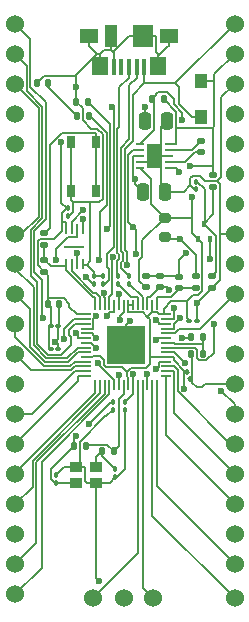
<source format=gtl>
%TF.GenerationSoftware,KiCad,Pcbnew,8.0.8*%
%TF.CreationDate,2025-02-11T11:30:28+05:30*%
%TF.ProjectId,my-template,6d792d74-656d-4706-9c61-74652e6b6963,rev?*%
%TF.SameCoordinates,Original*%
%TF.FileFunction,Copper,L1,Top*%
%TF.FilePolarity,Positive*%
%FSLAX46Y46*%
G04 Gerber Fmt 4.6, Leading zero omitted, Abs format (unit mm)*
G04 Created by KiCad (PCBNEW 8.0.8) date 2025-02-11 11:30:28*
%MOMM*%
%LPD*%
G01*
G04 APERTURE LIST*
G04 Aperture macros list*
%AMRoundRect*
0 Rectangle with rounded corners*
0 $1 Rounding radius*
0 $2 $3 $4 $5 $6 $7 $8 $9 X,Y pos of 4 corners*
0 Add a 4 corners polygon primitive as box body*
4,1,4,$2,$3,$4,$5,$6,$7,$8,$9,$2,$3,0*
0 Add four circle primitives for the rounded corners*
1,1,$1+$1,$2,$3*
1,1,$1+$1,$4,$5*
1,1,$1+$1,$6,$7*
1,1,$1+$1,$8,$9*
0 Add four rect primitives between the rounded corners*
20,1,$1+$1,$2,$3,$4,$5,0*
20,1,$1+$1,$4,$5,$6,$7,0*
20,1,$1+$1,$6,$7,$8,$9,0*
20,1,$1+$1,$8,$9,$2,$3,0*%
G04 Aperture macros list end*
%TA.AperFunction,SMDPad,CuDef*%
%ADD10RoundRect,0.100000X-0.100000X0.155000X-0.100000X-0.155000X0.100000X-0.155000X0.100000X0.155000X0*%
%TD*%
%TA.AperFunction,SMDPad,CuDef*%
%ADD11RoundRect,0.135000X-0.135000X-0.185000X0.135000X-0.185000X0.135000X0.185000X-0.135000X0.185000X0*%
%TD*%
%TA.AperFunction,SMDPad,CuDef*%
%ADD12RoundRect,0.100000X-0.130000X-0.100000X0.130000X-0.100000X0.130000X0.100000X-0.130000X0.100000X0*%
%TD*%
%TA.AperFunction,SMDPad,CuDef*%
%ADD13R,1.092200X1.143000*%
%TD*%
%TA.AperFunction,SMDPad,CuDef*%
%ADD14RoundRect,0.135000X0.135000X0.185000X-0.135000X0.185000X-0.135000X-0.185000X0.135000X-0.185000X0*%
%TD*%
%TA.AperFunction,SMDPad,CuDef*%
%ADD15R,0.254000X0.812800*%
%TD*%
%TA.AperFunction,SMDPad,CuDef*%
%ADD16R,1.651000X0.254000*%
%TD*%
%TA.AperFunction,SMDPad,CuDef*%
%ADD17RoundRect,0.140000X0.170000X-0.140000X0.170000X0.140000X-0.170000X0.140000X-0.170000X-0.140000X0*%
%TD*%
%TA.AperFunction,SMDPad,CuDef*%
%ADD18RoundRect,0.100000X0.100000X-0.130000X0.100000X0.130000X-0.100000X0.130000X-0.100000X-0.130000X0*%
%TD*%
%TA.AperFunction,SMDPad,CuDef*%
%ADD19RoundRect,0.250000X-0.250000X-0.475000X0.250000X-0.475000X0.250000X0.475000X-0.250000X0.475000X0*%
%TD*%
%TA.AperFunction,SMDPad,CuDef*%
%ADD20RoundRect,0.147500X-0.172500X0.147500X-0.172500X-0.147500X0.172500X-0.147500X0.172500X0.147500X0*%
%TD*%
%TA.AperFunction,ComponentPad*%
%ADD21C,1.524000*%
%TD*%
%TA.AperFunction,SMDPad,CuDef*%
%ADD22RoundRect,0.100000X-0.100000X0.130000X-0.100000X-0.130000X0.100000X-0.130000X0.100000X0.130000X0*%
%TD*%
%TA.AperFunction,SMDPad,CuDef*%
%ADD23RoundRect,0.135000X-0.185000X0.135000X-0.185000X-0.135000X0.185000X-0.135000X0.185000X0.135000X0*%
%TD*%
%TA.AperFunction,SMDPad,CuDef*%
%ADD24R,0.450000X1.380000*%
%TD*%
%TA.AperFunction,SMDPad,CuDef*%
%ADD25R,1.650000X1.300000*%
%TD*%
%TA.AperFunction,SMDPad,CuDef*%
%ADD26R,1.425000X1.550000*%
%TD*%
%TA.AperFunction,SMDPad,CuDef*%
%ADD27R,1.800000X1.900000*%
%TD*%
%TA.AperFunction,SMDPad,CuDef*%
%ADD28R,1.000000X1.900000*%
%TD*%
%TA.AperFunction,SMDPad,CuDef*%
%ADD29R,0.650000X1.050000*%
%TD*%
%TA.AperFunction,SMDPad,CuDef*%
%ADD30RoundRect,0.147500X-0.147500X-0.172500X0.147500X-0.172500X0.147500X0.172500X-0.147500X0.172500X0*%
%TD*%
%TA.AperFunction,SMDPad,CuDef*%
%ADD31R,0.762000X0.254000*%
%TD*%
%TA.AperFunction,SMDPad,CuDef*%
%ADD32R,1.244600X2.057400*%
%TD*%
%TA.AperFunction,SMDPad,CuDef*%
%ADD33RoundRect,0.135000X0.185000X-0.135000X0.185000X0.135000X-0.185000X0.135000X-0.185000X-0.135000X0*%
%TD*%
%TA.AperFunction,SMDPad,CuDef*%
%ADD34RoundRect,0.140000X-0.140000X-0.170000X0.140000X-0.170000X0.140000X0.170000X-0.140000X0.170000X0*%
%TD*%
%TA.AperFunction,SMDPad,CuDef*%
%ADD35R,0.812800X0.177800*%
%TD*%
%TA.AperFunction,SMDPad,CuDef*%
%ADD36R,0.177800X0.812800*%
%TD*%
%TA.AperFunction,SMDPad,CuDef*%
%ADD37R,3.200400X3.200400*%
%TD*%
%TA.AperFunction,SMDPad,CuDef*%
%ADD38RoundRect,0.200000X-0.275000X0.200000X-0.275000X-0.200000X0.275000X-0.200000X0.275000X0.200000X0*%
%TD*%
%TA.AperFunction,SMDPad,CuDef*%
%ADD39R,1.100000X0.900000*%
%TD*%
%TA.AperFunction,SMDPad,CuDef*%
%ADD40RoundRect,0.100000X-0.151603X0.062583X-0.021603X-0.162583X0.151603X-0.062583X0.021603X0.162583X0*%
%TD*%
%TA.AperFunction,ViaPad*%
%ADD41C,0.600000*%
%TD*%
%TA.AperFunction,Conductor*%
%ADD42C,0.150000*%
%TD*%
%ADD43C,0.350000*%
G04 APERTURE END LIST*
D10*
%TO.P,Q1,1,G*%
%TO.N,+3V3*%
X146602600Y-81496600D03*
%TO.P,Q1,2,S*%
%TO.N,/GPIO29_ADC3*%
X147602600Y-81496600D03*
%TO.P,Q1,3,D*%
%TO.N,Net-(Q1-D)*%
X147102600Y-80206600D03*
%TD*%
D11*
%TO.P,R5,1*%
%TO.N,VBUS*%
X145972600Y-89851600D03*
%TO.P,R5,2*%
%TO.N,/GPIO24*%
X146992600Y-89851600D03*
%TD*%
D12*
%TO.P,C2,1*%
%TO.N,+3V3*%
X134127600Y-88851600D03*
%TO.P,C2,2*%
%TO.N,GND*%
X134767600Y-88851600D03*
%TD*%
D13*
%TO.P,D1,1*%
%TO.N,VSYS*%
X146892600Y-68151600D03*
%TO.P,D1,2*%
%TO.N,VBUS*%
X146892600Y-71225000D03*
%TD*%
D14*
%TO.P,R4,1*%
%TO.N,VSYS*%
X143702600Y-69701600D03*
%TO.P,R4,2*%
%TO.N,/3V3_EN*%
X142682600Y-69701600D03*
%TD*%
D15*
%TO.P,U3,1,/CS*%
%TO.N,/QSPI_SS*%
X135392599Y-83599400D03*
%TO.P,U3,2,DO(IO1)*%
%TO.N,/QSPI_SD1*%
X135892600Y-83599400D03*
%TO.P,U3,3,/WP(IO2)*%
%TO.N,/QSPI_SD2*%
X136392600Y-83599400D03*
%TO.P,U3,4,GND*%
%TO.N,GND*%
X136892601Y-83599400D03*
%TO.P,U3,5,DI(IO0)*%
%TO.N,/QSPI_SD0*%
X136892601Y-80703800D03*
%TO.P,U3,6,CLK*%
%TO.N,/QSPI_SCLK*%
X136392600Y-80703800D03*
%TO.P,U3,7,/HOLDOR/RESET(IO3)*%
%TO.N,/QSPI_SD3*%
X135892600Y-80703800D03*
%TO.P,U3,8,VCC*%
%TO.N,+3V3*%
X135392599Y-80703800D03*
D16*
%TO.P,U3,9,EPAD*%
%TO.N,unconnected-(U3-EPAD-Pad9)*%
X136142600Y-82151600D03*
%TD*%
D17*
%TO.P,C10,1*%
%TO.N,+3V3*%
X142192600Y-85611600D03*
%TO.P,C10,2*%
%TO.N,GND*%
X142192600Y-84651600D03*
%TD*%
D12*
%TO.P,C7,1*%
%TO.N,+3V3*%
X145872600Y-88451600D03*
%TO.P,C7,2*%
%TO.N,GND*%
X146512600Y-88451600D03*
%TD*%
%TO.P,C3,1*%
%TO.N,+3V3*%
X134127600Y-90851600D03*
%TO.P,C3,2*%
%TO.N,GND*%
X134767600Y-90851600D03*
%TD*%
D18*
%TO.P,R10,1*%
%TO.N,/USB_DMX*%
X140792600Y-85316600D03*
%TO.P,R10,2*%
%TO.N,/USB_DM*%
X140792600Y-84676600D03*
%TD*%
D19*
%TO.P,C4,1*%
%TO.N,+3V3*%
X142102600Y-71501600D03*
%TO.P,C4,2*%
%TO.N,GND*%
X144002600Y-71501600D03*
%TD*%
D20*
%TO.P,L1,1,1*%
%TO.N,Net-(U1-LX1)*%
X146892600Y-73181600D03*
%TO.P,L1,2,2*%
%TO.N,Net-(U1-LX2)*%
X146892600Y-74151600D03*
%TD*%
D14*
%TO.P,R6,1*%
%TO.N,/GPIO24*%
X146992600Y-91251600D03*
%TO.P,R6,2*%
%TO.N,GND*%
X145972600Y-91251600D03*
%TD*%
D21*
%TO.P,40_part2,1,Pin_1*%
%TO.N,/GPIO16*%
X149702600Y-111925600D03*
%TO.P,40_part2,2,Pin_2*%
%TO.N,/GPIO17*%
X149702600Y-109021600D03*
%TO.P,40_part2,3,Pin_3*%
%TO.N,GND*%
X149702600Y-106481600D03*
%TO.P,40_part2,4,Pin_4*%
%TO.N,/GPIO18*%
X149702600Y-103941600D03*
%TO.P,40_part2,5,Pin_5*%
%TO.N,/GPIO19*%
X149702600Y-101401600D03*
%TO.P,40_part2,6,Pin_6*%
%TO.N,/GPIO20*%
X149702600Y-98861600D03*
%TO.P,40_part2,7,Pin_7*%
%TO.N,/GPIO21*%
X149702600Y-96321600D03*
%TO.P,40_part2,8,Pin_8*%
%TO.N,GND*%
X149702600Y-93781600D03*
%TO.P,40_part2,9,Pin_9*%
%TO.N,/GPIO22*%
X149702600Y-91241600D03*
%TO.P,40_part2,10,Pin_10*%
%TO.N,/RUN*%
X149702600Y-88701600D03*
%TO.P,40_part2,11,Pin_11*%
%TO.N,/GPIO26_ADC0*%
X149702600Y-86161600D03*
%TO.P,40_part2,12,Pin_12*%
%TO.N,/GPIO27_ADC1*%
X149702600Y-83621600D03*
%TO.P,40_part2,13,Pin_13*%
%TO.N,GND*%
X149702600Y-81081600D03*
%TO.P,40_part2,14,Pin_14*%
%TO.N,/GPIO28_ADC2*%
X149702600Y-78541600D03*
%TO.P,40_part2,15,Pin_15*%
%TO.N,/ADC_VREF*%
X149702600Y-76001600D03*
%TO.P,40_part2,16,Pin_16*%
%TO.N,+3V3*%
X149702600Y-73461600D03*
%TO.P,40_part2,17,Pin_17*%
%TO.N,/3V3_EN*%
X149702600Y-70921600D03*
%TO.P,40_part2,18,Pin_18*%
%TO.N,GND*%
X149702600Y-68381600D03*
%TO.P,40_part2,19,Pin_19*%
%TO.N,VSYS*%
X149702600Y-65841600D03*
%TO.P,40_part2,20,Pin_20*%
%TO.N,VBUS*%
X149702600Y-63301600D03*
%TD*%
D11*
%TO.P,R12,1*%
%TO.N,/XIN*%
X136092600Y-99001600D03*
%TO.P,R12,2*%
%TO.N,/XOUT*%
X137112600Y-99001600D03*
%TD*%
D22*
%TO.P,C18,1*%
%TO.N,Net-(Q1-D)*%
X146392600Y-76651600D03*
%TO.P,C18,2*%
%TO.N,GND*%
X146392600Y-77291600D03*
%TD*%
D23*
%TO.P,R9,1*%
%TO.N,/ADC_VREF*%
X146392600Y-84651600D03*
%TO.P,R9,2*%
%TO.N,/ADC_AVDD*%
X146392600Y-85671600D03*
%TD*%
D19*
%TO.P,C6,1*%
%TO.N,VSYS*%
X141902600Y-77501600D03*
%TO.P,C6,2*%
%TO.N,GND*%
X143802600Y-77501600D03*
%TD*%
D23*
%TO.P,R14,1*%
%TO.N,VSYS*%
X147892600Y-76131600D03*
%TO.P,R14,2*%
%TO.N,Net-(Q1-D)*%
X147892600Y-77151600D03*
%TD*%
D22*
%TO.P,C9,1*%
%TO.N,GND*%
X137792600Y-84676600D03*
%TO.P,C9,2*%
%TO.N,+1V1*%
X137792600Y-85316600D03*
%TD*%
D18*
%TO.P,C16,1*%
%TO.N,/XIN*%
X134602600Y-102166600D03*
%TO.P,C16,2*%
%TO.N,GND*%
X134602600Y-101526600D03*
%TD*%
D24*
%TO.P,J1,1,VBUS*%
%TO.N,VBUS*%
X142052600Y-66961600D03*
%TO.P,J1,2,D-*%
%TO.N,/USB_DM*%
X141402600Y-66961600D03*
%TO.P,J1,3,D+*%
%TO.N,/USB_DP*%
X140752600Y-66961600D03*
%TO.P,J1,4,ID*%
%TO.N,unconnected-(J1-ID-Pad4)*%
X140102600Y-66961600D03*
%TO.P,J1,5,GND*%
%TO.N,GND*%
X139452600Y-66961600D03*
D25*
%TO.P,J1,6,Shield*%
X144127600Y-64301600D03*
D26*
X143240100Y-66876600D03*
D27*
X141902600Y-64301600D03*
D28*
X139202600Y-64301600D03*
D26*
X138265100Y-66876600D03*
D25*
X137377600Y-64301600D03*
%TD*%
D29*
%TO.P,SW1,1*%
%TO.N,Net-(R1-Pad1)*%
X137967600Y-73301600D03*
%TO.P,SW1,2*%
X137967600Y-77451600D03*
%TO.P,SW1,3*%
%TO.N,GND*%
X135817600Y-73301600D03*
%TO.P,SW1,4*%
X135817600Y-77451600D03*
%TD*%
D30*
%TO.P,D2,1,K*%
%TO.N,GND*%
X132932600Y-68301600D03*
%TO.P,D2,2,A*%
%TO.N,Net-(D2-A)*%
X133902600Y-68301600D03*
%TD*%
D11*
%TO.P,R13,1*%
%TO.N,Net-(C17-Pad1)*%
X138442600Y-99501600D03*
%TO.P,R13,2*%
%TO.N,/XOUT*%
X139462600Y-99501600D03*
%TD*%
D23*
%TO.P,R15,1*%
%TO.N,Net-(Q1-D)*%
X147792600Y-84651600D03*
%TO.P,R15,2*%
%TO.N,GND*%
X147792600Y-85671600D03*
%TD*%
%TO.P,R1,1*%
%TO.N,Net-(R1-Pad1)*%
X133592600Y-81031600D03*
%TO.P,R1,2*%
%TO.N,/QSPI_SS*%
X133592600Y-82051600D03*
%TD*%
D31*
%TO.P,U1,1,VOUT*%
%TO.N,+3V3*%
X144121800Y-75501601D03*
%TO.P,U1,2,LX2*%
%TO.N,Net-(U1-LX2)*%
X144121800Y-75001599D03*
%TO.P,U1,3,GND*%
%TO.N,GND*%
X144121800Y-74501600D03*
%TO.P,U1,4,LX1*%
%TO.N,Net-(U1-LX1)*%
X144121800Y-74001601D03*
%TO.P,U1,5,VIN*%
%TO.N,VSYS*%
X144121800Y-73501599D03*
%TO.P,U1,6,EN*%
%TO.N,/3V3_EN*%
X141683400Y-73501599D03*
%TO.P,U1,7,PS*%
%TO.N,/GPIO23*%
X141683400Y-74001601D03*
%TO.P,U1,8,VINA*%
%TO.N,VSYS*%
X141683400Y-74501600D03*
%TO.P,U1,9,GND*%
%TO.N,GND*%
X141683400Y-75001599D03*
%TO.P,U1,10,FB*%
%TO.N,+3V3*%
X141683400Y-75501601D03*
D32*
%TO.P,U1,11,GND*%
%TO.N,GND*%
X142902600Y-74501600D03*
%TD*%
D33*
%TO.P,R2,1*%
%TO.N,+3V3*%
X133592600Y-84271600D03*
%TO.P,R2,2*%
%TO.N,/QSPI_SS*%
X133592600Y-83251600D03*
%TD*%
D21*
%TO.P,J2,1,Pin_1*%
%TO.N,/SWCLK*%
X137702600Y-111901600D03*
%TO.P,J2,2,Pin_2*%
%TO.N,GND*%
X140342600Y-111901600D03*
%TO.P,J2,3,Pin_3*%
%TO.N,/SWDIO*%
X142782600Y-111901600D03*
%TD*%
D18*
%TO.P,C11,1*%
%TO.N,+3V3*%
X138592600Y-85316600D03*
%TO.P,C11,2*%
%TO.N,GND*%
X138592600Y-84676600D03*
%TD*%
D22*
%TO.P,C17,1*%
%TO.N,Net-(C17-Pad1)*%
X139602600Y-101026600D03*
%TO.P,C17,2*%
%TO.N,GND*%
X139602600Y-101666600D03*
%TD*%
%TO.P,C5,1*%
%TO.N,+1V1*%
X140392600Y-95331600D03*
%TO.P,C5,2*%
%TO.N,GND*%
X140392600Y-95971600D03*
%TD*%
D17*
%TO.P,C12,1*%
%TO.N,+1V1*%
X143392600Y-85611600D03*
%TO.P,C12,2*%
%TO.N,GND*%
X143392600Y-84651600D03*
%TD*%
D34*
%TO.P,C15,1*%
%TO.N,+3V3*%
X133912600Y-87051600D03*
%TO.P,C15,2*%
%TO.N,GND*%
X134872600Y-87051600D03*
%TD*%
D22*
%TO.P,C1,1*%
%TO.N,+3V3*%
X139392600Y-95331600D03*
%TO.P,C1,2*%
%TO.N,GND*%
X139392600Y-95971600D03*
%TD*%
D17*
%TO.P,C14,1*%
%TO.N,/ADC_AVDD*%
X144992600Y-85651600D03*
%TO.P,C14,2*%
%TO.N,GND*%
X144992600Y-84691600D03*
%TD*%
D35*
%TO.P,U2,1,IOVDD*%
%TO.N,+3V3*%
X137099000Y-87901600D03*
%TO.P,U2,2,GPIO0*%
%TO.N,/GPIO0*%
X137099000Y-88301599D03*
%TO.P,U2,3,GPIO1*%
%TO.N,/GPIO1*%
X137099000Y-88701601D03*
%TO.P,U2,4,GPIO2*%
%TO.N,/GPIO2*%
X137099000Y-89101600D03*
%TO.P,U2,5,GPIO3*%
%TO.N,/GPIO3*%
X137099000Y-89501599D03*
%TO.P,U2,6,GPIO4*%
%TO.N,/GPIO4*%
X137099000Y-89901601D03*
%TO.P,U2,7,GPIO5*%
%TO.N,/GPIO5*%
X137099000Y-90301600D03*
%TO.P,U2,8,GPIO6*%
%TO.N,/GPIO6*%
X137099000Y-90701600D03*
%TO.P,U2,9,GPIO7*%
%TO.N,/GPIO7*%
X137099000Y-91101599D03*
%TO.P,U2,10,IOVDD*%
%TO.N,+3V3*%
X137099000Y-91501601D03*
%TO.P,U2,11,GPIO8*%
%TO.N,/GPIO8*%
X137099000Y-91901600D03*
%TO.P,U2,12,GPIO9*%
%TO.N,/GPIO9*%
X137099000Y-92301599D03*
%TO.P,U2,13,GPIO10*%
%TO.N,/GPIO10*%
X137099000Y-92701601D03*
%TO.P,U2,14,GPIO11*%
%TO.N,/GPIO11*%
X137099000Y-93101600D03*
D36*
%TO.P,U2,15,GPIO12*%
%TO.N,/GPIO12*%
X137902600Y-93905200D03*
%TO.P,U2,16,GPIO13*%
%TO.N,/GPIO13*%
X138302599Y-93905200D03*
%TO.P,U2,17,GPIO14*%
%TO.N,/GPIO14*%
X138702601Y-93905200D03*
%TO.P,U2,18,GPIO15*%
%TO.N,/GPIO15*%
X139102600Y-93905200D03*
%TO.P,U2,19,TESTEN*%
%TO.N,GND*%
X139502599Y-93905200D03*
%TO.P,U2,20,XIN*%
%TO.N,/XIN*%
X139902601Y-93905200D03*
%TO.P,U2,21,XOUT*%
%TO.N,/XOUT*%
X140302600Y-93905200D03*
%TO.P,U2,22,IOVDD*%
%TO.N,+3V3*%
X140702600Y-93905200D03*
%TO.P,U2,23,DVDD*%
%TO.N,+1V1*%
X141102599Y-93905200D03*
%TO.P,U2,24,SWCLK*%
%TO.N,/SWCLK*%
X141502601Y-93905200D03*
%TO.P,U2,25,SWDIO*%
%TO.N,/SWDIO*%
X141902600Y-93905200D03*
%TO.P,U2,26,RUN*%
%TO.N,/RUN*%
X142302599Y-93905200D03*
%TO.P,U2,27,GPIO16*%
%TO.N,/GPIO16*%
X142702601Y-93905200D03*
%TO.P,U2,28,GPIO17*%
%TO.N,/GPIO17*%
X143102600Y-93905200D03*
D35*
%TO.P,U2,29,GPIO18*%
%TO.N,/GPIO18*%
X143906200Y-93101600D03*
%TO.P,U2,30,GPIO19*%
%TO.N,/GPIO19*%
X143906200Y-92701601D03*
%TO.P,U2,31,GPIO20*%
%TO.N,/GPIO20*%
X143906200Y-92301599D03*
%TO.P,U2,32,GPIO21*%
%TO.N,/GPIO21*%
X143906200Y-91901600D03*
%TO.P,U2,33,IOVDD*%
%TO.N,+3V3*%
X143906200Y-91501601D03*
%TO.P,U2,34,GPIO22*%
%TO.N,/GPIO22*%
X143906200Y-91101599D03*
%TO.P,U2,35,GPIO23*%
%TO.N,/GPIO23*%
X143906200Y-90701600D03*
%TO.P,U2,36,GPIO24*%
%TO.N,/GPIO24*%
X143906200Y-90301600D03*
%TO.P,U2,37,GPIO25*%
%TO.N,/GPIO25*%
X143906200Y-89901601D03*
%TO.P,U2,38,GPIO26/ADC0*%
%TO.N,/GPIO26_ADC0*%
X143906200Y-89501599D03*
%TO.P,U2,39,GPIO27/ADC1*%
%TO.N,/GPIO27_ADC1*%
X143906200Y-89101600D03*
%TO.P,U2,40,GPIO28/ADC2*%
%TO.N,/GPIO28_ADC2*%
X143906200Y-88701601D03*
%TO.P,U2,41,GPIO29/ADC3*%
%TO.N,/GPIO29_ADC3*%
X143906200Y-88301599D03*
%TO.P,U2,42,IOVDD*%
%TO.N,+3V3*%
X143906200Y-87901600D03*
D36*
%TO.P,U2,43,ADC_AVDD*%
%TO.N,/ADC_AVDD*%
X143102600Y-87098000D03*
%TO.P,U2,44,VREG_VIN*%
%TO.N,+3V3*%
X142702601Y-87098000D03*
%TO.P,U2,45,VREG_VOUT*%
%TO.N,+1V1*%
X142302599Y-87098000D03*
%TO.P,U2,46,USB_DM*%
%TO.N,/USB_DMX*%
X141902600Y-87098000D03*
%TO.P,U2,47,USB_DP*%
%TO.N,/USB_DPX*%
X141502601Y-87098000D03*
%TO.P,U2,48,USB_VDD*%
%TO.N,+3V3*%
X141102599Y-87098000D03*
%TO.P,U2,49,IOVDD*%
X140702600Y-87098000D03*
%TO.P,U2,50,DVDD*%
%TO.N,+1V1*%
X140302600Y-87098000D03*
%TO.P,U2,51,QSPI_SD3*%
%TO.N,/QSPI_SD3*%
X139902601Y-87098000D03*
%TO.P,U2,52,QSPI_SCLK*%
%TO.N,/QSPI_SCLK*%
X139502599Y-87098000D03*
%TO.P,U2,53,QSPI_SD0*%
%TO.N,/QSPI_SD0*%
X139102600Y-87098000D03*
%TO.P,U2,54,QSPI_SD2*%
%TO.N,/QSPI_SD2*%
X138702601Y-87098000D03*
%TO.P,U2,55,QSPI_SD1*%
%TO.N,/QSPI_SD1*%
X138302599Y-87098000D03*
%TO.P,U2,56,QSPI_SS*%
%TO.N,/QSPI_SS*%
X137902600Y-87098000D03*
D37*
%TO.P,U2,57,GND*%
%TO.N,GND*%
X140502600Y-90501600D03*
%TD*%
D22*
%TO.P,C13,1*%
%TO.N,+3V3*%
X135592600Y-78901600D03*
%TO.P,C13,2*%
%TO.N,GND*%
X135592600Y-79541600D03*
%TD*%
D21*
%TO.P,40_part1,1,Pin_1*%
%TO.N,/GPIO0*%
X131102600Y-63301600D03*
%TO.P,40_part1,2,Pin_2*%
%TO.N,/GPIO1*%
X131102600Y-65886600D03*
%TO.P,40_part1,3,Pin_3*%
%TO.N,GND*%
X131102600Y-68426600D03*
%TO.P,40_part1,4,Pin_4*%
%TO.N,/GPIO2*%
X131102600Y-70966600D03*
%TO.P,40_part1,5,Pin_5*%
%TO.N,/GPIO3*%
X131102600Y-73506600D03*
%TO.P,40_part1,6,Pin_6*%
%TO.N,/GPIO4*%
X131102600Y-76046600D03*
%TO.P,40_part1,7,Pin_7*%
%TO.N,/GPIO5*%
X131102600Y-78586600D03*
%TO.P,40_part1,8,Pin_8*%
%TO.N,GND*%
X131102600Y-81126600D03*
%TO.P,40_part1,9,Pin_9*%
%TO.N,/GPIO6*%
X131102600Y-83666600D03*
%TO.P,40_part1,10,Pin_10*%
%TO.N,/GPIO7*%
X131102600Y-86206600D03*
%TO.P,40_part1,11,Pin_11*%
%TO.N,/GPIO8*%
X131102600Y-88746600D03*
%TO.P,40_part1,12,Pin_12*%
%TO.N,/GPIO9*%
X131102600Y-91286600D03*
%TO.P,40_part1,13,Pin_13*%
%TO.N,GND*%
X131102600Y-93826600D03*
%TO.P,40_part1,14,Pin_14*%
%TO.N,/GPIO10*%
X131102600Y-96366600D03*
%TO.P,40_part1,15,Pin_15*%
%TO.N,/GPIO11*%
X131102600Y-98906600D03*
%TO.P,40_part1,16,Pin_16*%
%TO.N,/GPIO12*%
X131102600Y-101446600D03*
%TO.P,40_part1,17,Pin_17*%
%TO.N,/GPIO13*%
X131102600Y-103986600D03*
%TO.P,40_part1,18,Pin_18*%
%TO.N,GND*%
X131102600Y-106526600D03*
%TO.P,40_part1,19,Pin_19*%
%TO.N,/GPIO14*%
X131102600Y-109066600D03*
%TO.P,40_part1,20,Pin_20*%
%TO.N,/GPIO15*%
X131102600Y-111606600D03*
%TD*%
D38*
%TO.P,R8,1*%
%TO.N,+3V3*%
X143792600Y-79701600D03*
%TO.P,R8,2*%
%TO.N,/ADC_VREF*%
X143792600Y-81351600D03*
%TD*%
D39*
%TO.P,X1,1,1*%
%TO.N,/XIN*%
X136252600Y-102151600D03*
%TO.P,X1,2,2*%
%TO.N,GND*%
X137952600Y-102151600D03*
%TO.P,X1,3,3*%
%TO.N,Net-(C17-Pad1)*%
X137952600Y-100851600D03*
%TO.P,X1,4,4*%
%TO.N,GND*%
X136252600Y-100851600D03*
%TD*%
D18*
%TO.P,R7,1*%
%TO.N,/USB_DPX*%
X139792600Y-85316600D03*
%TO.P,R7,2*%
%TO.N,/USB_DP*%
X139792600Y-84676600D03*
%TD*%
D14*
%TO.P,R3,1*%
%TO.N,/GPIO23*%
X137322600Y-69901600D03*
%TO.P,R3,2*%
%TO.N,GND*%
X136302600Y-69901600D03*
%TD*%
%TO.P,R11,1*%
%TO.N,/GPIO25*%
X137342600Y-71101600D03*
%TO.P,R11,2*%
%TO.N,Net-(D2-A)*%
X136322600Y-71101600D03*
%TD*%
D40*
%TO.P,C8,1*%
%TO.N,+3V3*%
X145632600Y-92774472D03*
%TO.P,C8,2*%
%TO.N,GND*%
X145952600Y-93328728D03*
%TD*%
D41*
%TO.N,GND*%
X138209000Y-110505600D03*
X136302600Y-68630300D03*
X134526700Y-90196900D03*
X146549800Y-86914400D03*
X138093900Y-91998800D03*
X140845900Y-88448100D03*
X145551100Y-82737964D03*
%TO.N,/GPIO2*%
X137967900Y-88000600D03*
%TO.N,/GPIO3*%
X137965900Y-89896500D03*
%TO.N,/GPIO4*%
X136240100Y-89437000D03*
%TO.N,/GPIO5*%
X137970100Y-90756800D03*
%TO.N,/GPIO0*%
X135278500Y-90004500D03*
X133503300Y-88208600D03*
%TO.N,/ADC_VREF*%
X145048200Y-81492600D03*
%TO.N,/GPIO27_ADC1*%
X145069500Y-88201700D03*
%TO.N,+3V3*%
X137363768Y-97162768D03*
X145401400Y-94204000D03*
X146127000Y-77993800D03*
X144965700Y-75842000D03*
X139332200Y-70316800D03*
X135036600Y-73312500D03*
X142140000Y-70316800D03*
%TO.N,/RUN*%
X142302600Y-92946700D03*
%TO.N,/GPIO22*%
X145470900Y-91976500D03*
%TO.N,VSYS*%
X141227700Y-76420900D03*
X145964200Y-75315300D03*
%TO.N,/GPIO21*%
X148566900Y-94371300D03*
X143045200Y-92547600D03*
%TO.N,VBUS*%
X145237800Y-89873100D03*
X140621700Y-83753400D03*
%TO.N,/GPIO28_ADC2*%
X143033000Y-88413800D03*
%TO.N,/3V3_EN*%
X145272500Y-71452000D03*
%TO.N,+1V1*%
X140000000Y-88366300D03*
X141132200Y-92930500D03*
X137139700Y-84706200D03*
X144179200Y-85822200D03*
%TO.N,/XIN*%
X136287900Y-98207300D03*
X139902600Y-93040600D03*
%TO.N,/GPIO29_ADC3*%
X147602600Y-83177000D03*
X144539300Y-87349200D03*
%TO.N,/GPIO23*%
X141102600Y-80501600D03*
X138926400Y-80701600D03*
X147937800Y-88727300D03*
X141346300Y-82799500D03*
%TO.N,/GPIO25*%
X138196674Y-83313538D03*
X143042800Y-90060000D03*
%TO.N,/QSPI_SD2*%
X138668800Y-86045200D03*
X136392600Y-82735800D03*
%TO.N,/QSPI_SD3*%
X139902600Y-86192800D03*
X136874700Y-79091800D03*
%TO.N,/QSPI_SCLK*%
X134539700Y-83290200D03*
X138899500Y-88015600D03*
%TO.N,/QSPI_SD0*%
X139383300Y-83012900D03*
X136892600Y-79843800D03*
%TD*%
D42*
%TO.N,GND*%
X138209000Y-110505600D02*
X137952600Y-110249200D01*
X139709100Y-101666600D02*
X140392600Y-100983100D01*
X137029300Y-102005000D02*
X137175900Y-102151600D01*
X138534000Y-78086600D02*
X138209900Y-78410700D01*
X136602600Y-100851600D02*
X137029300Y-100851600D01*
X148241300Y-76641600D02*
X147189600Y-76641600D01*
X143029300Y-64301600D02*
X143029300Y-65664100D01*
X147217600Y-93781600D02*
X149702600Y-93781600D01*
X143480800Y-77179800D02*
X143802600Y-77501600D01*
X137523100Y-72173000D02*
X138076800Y-72173000D01*
X148494100Y-76894400D02*
X148494100Y-81081600D01*
X148576900Y-76306000D02*
X148241300Y-76641600D01*
X136826900Y-71476800D02*
X137523100Y-72173000D01*
X139452600Y-65728300D02*
X139400900Y-65676600D01*
X138265100Y-65874900D02*
X138661700Y-65478300D01*
X136302600Y-67679800D02*
X133554400Y-67679800D01*
X143480800Y-74501600D02*
X143480800Y-77179800D01*
X144992600Y-84691600D02*
X144952600Y-84651600D01*
X142402600Y-75001600D02*
X142902600Y-74501600D01*
X143480800Y-74501600D02*
X144121800Y-74501600D01*
X131102600Y-81126600D02*
X131616300Y-81126600D01*
X136826900Y-70425900D02*
X136826900Y-71476800D01*
X138093900Y-91998800D02*
X138093900Y-92065200D01*
X134767600Y-90851600D02*
X134767600Y-90428100D01*
X137466000Y-78410700D02*
X136025000Y-78410700D01*
X143392600Y-84651600D02*
X142192600Y-84651600D01*
X140845900Y-88448100D02*
X140619300Y-88674700D01*
X135817600Y-78203300D02*
X136025000Y-78410700D01*
X135817600Y-73301600D02*
X135817600Y-77451600D01*
X140619300Y-88674700D02*
X140502600Y-88674700D01*
X137952600Y-102151600D02*
X139117600Y-102151600D01*
X138265100Y-66876600D02*
X138265100Y-65874900D01*
X134872600Y-87051600D02*
X134872600Y-88746600D01*
X146392600Y-77291600D02*
X146289900Y-77291600D01*
X148494100Y-84970100D02*
X147792600Y-85671600D01*
X131616300Y-81126600D02*
X133130400Y-79612500D01*
X148494100Y-81081600D02*
X148494100Y-84970100D01*
X139502600Y-93473900D02*
X139502600Y-93905200D01*
X146494300Y-94068600D02*
X146930600Y-94068600D01*
X138209900Y-78410700D02*
X137466000Y-78410700D01*
X145965500Y-76967200D02*
X145431100Y-77501600D01*
X137792600Y-84322200D02*
X137167200Y-83696800D01*
X149702600Y-81081600D02*
X148494100Y-81081600D01*
X136302600Y-69901600D02*
X136826900Y-70425900D01*
X146549800Y-86914400D02*
X147792600Y-85671600D01*
X146512600Y-86951600D02*
X146549800Y-86914400D01*
X143029300Y-65664100D02*
X143240100Y-65874900D01*
X137564300Y-102151600D02*
X137175900Y-102151600D01*
X136990000Y-83696800D02*
X136892600Y-83599400D01*
X149702600Y-68381600D02*
X148576900Y-69507300D01*
X139400900Y-65676600D02*
X140775900Y-64301600D01*
X137167200Y-83696800D02*
X136990000Y-83696800D01*
X138534000Y-72630200D02*
X138534000Y-78086600D01*
X138661700Y-65478300D02*
X139202600Y-65478300D01*
X143240100Y-66035700D02*
X144097500Y-65178300D01*
X144992600Y-83296464D02*
X144992600Y-84691600D01*
X137564300Y-102151600D02*
X137952600Y-102151600D01*
X146143800Y-76189800D02*
X145965500Y-76368100D01*
X134602600Y-101526600D02*
X135277600Y-100851600D01*
X134536400Y-90196900D02*
X134526700Y-90196900D01*
X136302600Y-67679800D02*
X136302600Y-68630300D01*
X143240100Y-66035700D02*
X143240100Y-65874900D01*
X138093900Y-92065200D02*
X139502600Y-93473900D01*
X137377600Y-65178300D02*
X138074200Y-65874900D01*
X133130400Y-79612500D02*
X133130400Y-70458800D01*
X142902600Y-74501600D02*
X143480800Y-74501600D01*
X139452600Y-66044900D02*
X139452600Y-65728300D01*
X134751800Y-89981500D02*
X134536400Y-90196900D01*
X139452600Y-66961600D02*
X139452600Y-66044900D01*
X145952600Y-93328700D02*
X146110400Y-93328700D01*
X138074200Y-65874900D02*
X136302600Y-67646500D01*
X137167200Y-83696800D02*
X137466000Y-83398000D01*
X137792600Y-84676600D02*
X137792600Y-84322200D01*
X146110400Y-93684700D02*
X146494300Y-94068600D01*
X135817600Y-77451600D02*
X135817600Y-78203300D01*
X134751800Y-88867400D02*
X134751800Y-89981500D01*
X135277600Y-100851600D02*
X136252600Y-100851600D01*
X145972600Y-91251600D02*
X146110400Y-91389400D01*
X141683400Y-75001600D02*
X142402600Y-75001600D01*
X137466000Y-83398000D02*
X137466000Y-78410700D01*
X145551100Y-82737964D02*
X144992600Y-83296464D01*
X146289900Y-77291600D02*
X145965500Y-76967200D01*
X144097500Y-65178300D02*
X144127600Y-65178300D01*
X136302600Y-68630300D02*
X136302600Y-69901600D01*
X138846100Y-96518100D02*
X139392600Y-95971600D01*
X138592600Y-84676600D02*
X137792600Y-84676600D01*
X140392600Y-100983100D02*
X140392600Y-95971600D01*
X137952600Y-110249200D02*
X137952600Y-102151600D01*
X143480800Y-72023400D02*
X144002600Y-71501600D01*
X138074200Y-65874900D02*
X138265100Y-65874900D01*
X148241300Y-76641600D02*
X148494100Y-76894400D01*
X136302600Y-67646500D02*
X136302600Y-67679800D01*
X131102600Y-68431000D02*
X131102600Y-68426600D01*
X146110400Y-93328700D02*
X146110400Y-93684700D01*
X140502600Y-90501600D02*
X140502600Y-88674700D01*
X139602600Y-101666600D02*
X139709100Y-101666600D01*
X135683800Y-79541600D02*
X135592600Y-79541600D01*
X148576900Y-69507300D02*
X148576900Y-76306000D01*
X141902600Y-64301600D02*
X140775900Y-64301600D01*
X134767600Y-88851600D02*
X134751800Y-88867400D01*
X137029300Y-100851600D02*
X137029300Y-102005000D01*
X136602600Y-98666400D02*
X138750900Y-96518100D01*
X133554400Y-67679800D02*
X132932600Y-68301600D01*
X143240100Y-66876600D02*
X143240100Y-66035700D01*
X147189600Y-76641600D02*
X146737800Y-76189800D01*
X146930600Y-94068600D02*
X147217600Y-93781600D01*
X139202600Y-64301600D02*
X139202600Y-65478300D01*
X134767600Y-90428100D02*
X134536400Y-90196900D01*
X146110400Y-91389400D02*
X146110400Y-93328700D01*
X143480800Y-74501600D02*
X143480800Y-72023400D01*
X146737800Y-76189800D02*
X146143800Y-76189800D01*
X144952600Y-84651600D02*
X143392600Y-84651600D01*
X144127600Y-64301600D02*
X144127600Y-65178300D01*
X145431100Y-77501600D02*
X143802600Y-77501600D01*
X137377600Y-64301600D02*
X137377600Y-65178300D01*
X138750900Y-96518100D02*
X138846100Y-96518100D01*
X139117600Y-102151600D02*
X139602600Y-101666600D01*
X136025000Y-79200400D02*
X135683800Y-79541600D01*
X139202600Y-65478300D02*
X139400900Y-65676600D01*
X145965500Y-76368100D02*
X145965500Y-76967200D01*
X136025000Y-78410700D02*
X136025000Y-79200400D01*
X133130400Y-70458800D02*
X131102600Y-68431000D01*
X134872600Y-88746600D02*
X134767600Y-88851600D01*
X136602600Y-100851600D02*
X136602600Y-98666400D01*
X146512600Y-88451600D02*
X146512600Y-86951600D01*
X141902600Y-64301600D02*
X143029300Y-64301600D01*
X138076800Y-72173000D02*
X138534000Y-72630200D01*
X136252600Y-100851600D02*
X136602600Y-100851600D01*
%TO.N,/GPIO10*%
X131102600Y-96366600D02*
X132561100Y-96366600D01*
X136226100Y-92701600D02*
X137099000Y-92701600D01*
X132561100Y-96366600D02*
X136226100Y-92701600D01*
%TO.N,/GPIO15*%
X139102600Y-94645600D02*
X133356900Y-100391300D01*
X133356900Y-109352300D02*
X131102600Y-111606600D01*
X133356900Y-100391300D02*
X133356900Y-109352300D01*
X139102600Y-93905200D02*
X139102600Y-94645600D01*
%TO.N,/GPIO1*%
X133432100Y-79737500D02*
X133432100Y-70333700D01*
X132100800Y-69002400D02*
X132100800Y-66884800D01*
X133432100Y-70333700D02*
X132100800Y-69002400D01*
X132100800Y-66884800D02*
X131102600Y-65886600D01*
X132437500Y-84608200D02*
X132437500Y-80732100D01*
X135682700Y-89643100D02*
X135876900Y-89837300D01*
X135682700Y-89222100D02*
X135682700Y-89643100D01*
X135027100Y-91309300D02*
X133887000Y-91309300D01*
X136203200Y-88701600D02*
X135682700Y-89222100D01*
X133887000Y-91309300D02*
X132976600Y-90398900D01*
X137099000Y-88701600D02*
X136203200Y-88701600D01*
X132976600Y-85147300D02*
X132437500Y-84608200D01*
X135876900Y-90459500D02*
X135027100Y-91309300D01*
X135876900Y-89837300D02*
X135876900Y-90459500D01*
X132437500Y-80732100D02*
X133432100Y-79737500D01*
X132976600Y-90398900D02*
X132976600Y-85147300D01*
%TO.N,/GPIO2*%
X137099000Y-89101600D02*
X137732100Y-89101600D01*
X137732100Y-88236400D02*
X137967900Y-88000600D01*
X137732100Y-89101600D02*
X137732100Y-88236400D01*
%TO.N,/GPIO3*%
X137732100Y-89501600D02*
X137732100Y-89662700D01*
X137099000Y-89501600D02*
X137732100Y-89501600D01*
X137732100Y-89662700D02*
X137965900Y-89896500D01*
%TO.N,/GPIO11*%
X136465900Y-93101600D02*
X136465900Y-93543300D01*
X137099000Y-93101600D02*
X136465900Y-93101600D01*
X136465900Y-93543300D02*
X131102600Y-98906600D01*
%TO.N,/GPIO7*%
X132373200Y-87477200D02*
X132373200Y-90662100D01*
X131102600Y-86206600D02*
X132373200Y-87477200D01*
X133671400Y-91960300D02*
X135607200Y-91960300D01*
X137099000Y-91101600D02*
X136465900Y-91101600D01*
X135607200Y-91960300D02*
X136465900Y-91101600D01*
X132373200Y-90662100D02*
X133671400Y-91960300D01*
%TO.N,/GPIO4*%
X137099000Y-89901600D02*
X136465900Y-89901600D01*
X136465900Y-89901600D02*
X136465900Y-89662800D01*
X136465900Y-89662800D02*
X136240100Y-89437000D01*
%TO.N,/GPIO13*%
X138302600Y-94592200D02*
X132603500Y-100291300D01*
X132603500Y-102485700D02*
X131102600Y-103986600D01*
X132603500Y-100291300D02*
X132603500Y-102485700D01*
X138302600Y-93905200D02*
X138302600Y-94592200D01*
%TO.N,/GPIO9*%
X135873300Y-92627700D02*
X136199400Y-92301600D01*
X136199400Y-92301600D02*
X137099000Y-92301600D01*
X132443700Y-92627700D02*
X135873300Y-92627700D01*
X131102600Y-91286600D02*
X132443700Y-92627700D01*
%TO.N,/GPIO8*%
X131102600Y-88746600D02*
X131102600Y-89829300D01*
X136172700Y-91901600D02*
X137099000Y-91901600D01*
X135785200Y-92289100D02*
X136172700Y-91901600D01*
X131102600Y-89829300D02*
X133562400Y-92289100D01*
X133562400Y-92289100D02*
X135785200Y-92289100D01*
%TO.N,/GPIO14*%
X132905200Y-107264000D02*
X131102600Y-109066600D01*
X138702600Y-94618900D02*
X132905200Y-100416300D01*
X132905200Y-100416300D02*
X132905200Y-107264000D01*
X138702600Y-94538300D02*
X138702600Y-94618900D01*
X138702600Y-93905200D02*
X138702600Y-94538300D01*
%TO.N,/GPIO5*%
X137514900Y-90301600D02*
X137970100Y-90756800D01*
X137099000Y-90301600D02*
X137514900Y-90301600D01*
%TO.N,/GPIO0*%
X133733800Y-69952800D02*
X132406500Y-68625500D01*
X133733800Y-79862500D02*
X133733800Y-69952800D01*
X132406500Y-64605500D02*
X131102600Y-63301600D01*
X137099000Y-88301600D02*
X136090700Y-88301600D01*
X136090700Y-88301600D02*
X135278500Y-89113800D01*
X133402900Y-88108200D02*
X133402900Y-84997100D01*
X132739300Y-80857000D02*
X133733800Y-79862500D01*
X132406500Y-68625500D02*
X132406500Y-64605500D01*
X133503300Y-88208600D02*
X133402900Y-88108200D01*
X132739300Y-84333500D02*
X132739300Y-80857000D01*
X135278500Y-89113800D02*
X135278500Y-90004500D01*
X133402900Y-84997100D02*
X132739300Y-84333500D01*
%TO.N,/GPIO12*%
X131102600Y-101338300D02*
X131102600Y-101446600D01*
X137902600Y-94538300D02*
X131102600Y-101338300D01*
X137902600Y-93905200D02*
X137902600Y-94538300D01*
%TO.N,/GPIO6*%
X131102600Y-84034900D02*
X132674900Y-85607200D01*
X132674900Y-90530900D02*
X133758100Y-91614100D01*
X133758100Y-91614100D02*
X135489900Y-91614100D01*
X136402400Y-90701600D02*
X137099000Y-90701600D01*
X135489900Y-91614100D02*
X136402400Y-90701600D01*
X131102600Y-83666600D02*
X131102600Y-84034900D01*
X132674900Y-85607200D02*
X132674900Y-90530900D01*
%TO.N,/GPIO20*%
X144873600Y-92609200D02*
X144873600Y-94423200D01*
X144873600Y-94423200D02*
X149312000Y-98861600D01*
X149312000Y-98861600D02*
X149702600Y-98861600D01*
X143906200Y-92301600D02*
X144539300Y-92301600D01*
X144539300Y-92301600D02*
X144566000Y-92301600D01*
X144566000Y-92301600D02*
X144873600Y-92609200D01*
%TO.N,/ADC_VREF*%
X145048200Y-81492600D02*
X146392600Y-82837000D01*
X143933600Y-81492600D02*
X143792600Y-81351600D01*
X145048200Y-81492600D02*
X143933600Y-81492600D01*
X146392600Y-82837000D02*
X146392600Y-84651600D01*
%TO.N,/GPIO17*%
X143102600Y-102421600D02*
X143102600Y-93905200D01*
X149702600Y-109021600D02*
X143102600Y-102421600D01*
%TO.N,/GPIO27_ADC1*%
X144539300Y-89101600D02*
X144539300Y-88731900D01*
X143906200Y-89101600D02*
X144539300Y-89101600D01*
X144539300Y-88731900D02*
X145069500Y-88201700D01*
%TO.N,+3V3*%
X143721800Y-87414600D02*
X144341800Y-86794600D01*
X142503400Y-92087700D02*
X142189600Y-92401500D01*
X142503400Y-91501600D02*
X142503400Y-92087700D01*
X135127600Y-80070700D02*
X135127600Y-79281300D01*
X145401400Y-92651800D02*
X145401400Y-92774500D01*
X133912600Y-84591600D02*
X133592600Y-84271600D01*
X133912600Y-87051600D02*
X133912600Y-86506900D01*
X136330800Y-87901600D02*
X136465900Y-87901600D01*
X144341800Y-86794600D02*
X145658800Y-86794600D01*
X135683100Y-86976100D02*
X135683100Y-87253900D01*
X142702600Y-87729600D02*
X142702600Y-87731100D01*
X145658800Y-88237800D02*
X145872600Y-88451600D01*
X142652800Y-76471000D02*
X142652800Y-78561800D01*
X137363768Y-97162768D02*
X139194936Y-95331600D01*
X142702600Y-87731100D02*
X143102600Y-87731100D01*
X144539300Y-91501600D02*
X144539300Y-91789700D01*
X140702600Y-87731100D02*
X141905600Y-87731100D01*
X143906200Y-87901600D02*
X143721800Y-87901600D01*
X144121800Y-75501600D02*
X144729500Y-75501600D01*
X142503400Y-88328900D02*
X142503400Y-91501600D01*
X135507300Y-78901600D02*
X135592600Y-78901600D01*
X141637900Y-85056900D02*
X141637900Y-83279200D01*
X142702600Y-87655200D02*
X142702600Y-87729600D01*
X135683100Y-87253900D02*
X136330800Y-87901600D01*
X142140000Y-71464200D02*
X142102600Y-71501600D01*
X141901300Y-81592900D02*
X143792600Y-79701600D01*
X142192600Y-85611600D02*
X141637900Y-85056900D01*
X144965700Y-75737800D02*
X144965700Y-75842000D01*
X142503400Y-91501600D02*
X143906200Y-91501600D01*
X145658800Y-86794600D02*
X145658800Y-88237800D01*
X139332200Y-70316800D02*
X139475200Y-70459800D01*
X139194936Y-95331600D02*
X139392600Y-95331600D01*
X140195700Y-92358700D02*
X140570400Y-92733400D01*
X134127600Y-87266600D02*
X133912600Y-87051600D01*
X146127000Y-79701600D02*
X143792600Y-79701600D01*
X141637900Y-83279200D02*
X141901300Y-83015800D01*
X135127600Y-80552300D02*
X135124900Y-80555000D01*
X135127600Y-79281300D02*
X135507300Y-78901600D01*
X137618400Y-91501600D02*
X137689100Y-91430900D01*
X145401400Y-92774500D02*
X145632600Y-92774500D01*
X146602600Y-81496600D02*
X146970100Y-81864100D01*
X135124900Y-80555000D02*
X135124900Y-80822400D01*
X134405700Y-81541600D02*
X133217600Y-81541600D01*
X141683400Y-75501600D02*
X142652800Y-76471000D01*
X139475200Y-82176200D02*
X138856600Y-82794800D01*
X146602600Y-81496600D02*
X146127000Y-81021000D01*
X138815800Y-92358700D02*
X140195700Y-92358700D01*
X141905600Y-87731100D02*
X142304100Y-88129600D01*
X135124900Y-80822400D02*
X134405700Y-81541600D01*
X146165200Y-86288200D02*
X145658800Y-86794600D01*
X134127600Y-88851600D02*
X134127600Y-87266600D01*
X133217600Y-81541600D02*
X133041000Y-81718200D01*
X143102600Y-87731100D02*
X143273100Y-87901600D01*
X139057700Y-84969000D02*
X138710100Y-85316600D01*
X140702600Y-93905200D02*
X140702600Y-93272100D01*
X141901300Y-83015800D02*
X141901300Y-81592900D01*
X138710100Y-85316600D02*
X138592600Y-85316600D01*
X143589700Y-87901600D02*
X143273100Y-87901600D01*
X144729500Y-75501600D02*
X144965700Y-75737800D01*
X146127000Y-81021000D02*
X146127000Y-79701600D01*
X144184900Y-91501600D02*
X143906200Y-91501600D01*
X144463500Y-91501600D02*
X144537800Y-91501600D01*
X144184900Y-91501600D02*
X144463500Y-91501600D01*
X135036600Y-78430900D02*
X135507300Y-78901600D01*
X134000000Y-90724000D02*
X134127600Y-90851600D01*
X135127600Y-80070700D02*
X135392600Y-80070700D01*
X134000000Y-88979200D02*
X134000000Y-90724000D01*
X135036600Y-73312500D02*
X135036600Y-78430900D01*
X142652800Y-78561800D02*
X143792600Y-79701600D01*
X144539300Y-91789700D02*
X145401400Y-92651800D01*
X142189600Y-92401500D02*
X140902300Y-92401500D01*
X137099000Y-91501600D02*
X137618400Y-91501600D01*
X139057700Y-84095800D02*
X139057700Y-84969000D01*
X142702600Y-87731100D02*
X142304100Y-88129600D01*
X133041000Y-81718200D02*
X133041000Y-83720000D01*
X146608500Y-86288200D02*
X146165200Y-86288200D01*
X137689100Y-91430900D02*
X138270900Y-91430900D01*
X145401400Y-92774500D02*
X145401400Y-94204000D01*
X138270900Y-91430900D02*
X138620600Y-91780600D01*
X143589700Y-87901600D02*
X143721800Y-87901600D01*
X134127600Y-88851600D02*
X134000000Y-88979200D01*
X146127000Y-79701600D02*
X146127000Y-77993800D01*
X135213900Y-86506900D02*
X135683100Y-86976100D01*
X143721800Y-87901600D02*
X143721800Y-87414600D01*
X139475200Y-70459800D02*
X139475200Y-82176200D01*
X133912600Y-86506900D02*
X133912600Y-84591600D01*
X146970100Y-81864100D02*
X146970100Y-85926600D01*
X140702600Y-87098000D02*
X140702600Y-87731100D01*
X137099000Y-87901600D02*
X136465900Y-87901600D01*
X133912600Y-86506900D02*
X135213900Y-86506900D01*
X142702600Y-87098000D02*
X142702600Y-87655200D01*
X135392600Y-80703800D02*
X135392600Y-80070700D01*
X146970100Y-85926600D02*
X146608500Y-86288200D01*
X140570400Y-92733400D02*
X140570400Y-93139900D01*
X138856600Y-82794800D02*
X138856600Y-83894700D01*
X140902300Y-92401500D02*
X140570400Y-92733400D01*
X142304100Y-88129600D02*
X142503400Y-88328900D01*
X135127600Y-80070700D02*
X135127600Y-80552300D01*
X140570400Y-93139900D02*
X140702600Y-93272100D01*
X138620600Y-91780600D02*
X138620600Y-92163500D01*
X133041000Y-83720000D02*
X133592600Y-84271600D01*
X141102600Y-87098000D02*
X140702600Y-87098000D01*
X142140000Y-70316800D02*
X142140000Y-71464200D01*
X138856600Y-83894700D02*
X139057700Y-84095800D01*
X138620600Y-92163500D02*
X138815800Y-92358700D01*
X144537800Y-91501600D02*
X144539300Y-91501600D01*
%TO.N,/RUN*%
X142302600Y-93905200D02*
X142302600Y-92946700D01*
%TO.N,/GPIO18*%
X143906200Y-98145200D02*
X143906200Y-93101600D01*
X149702600Y-103941600D02*
X143906200Y-98145200D01*
%TO.N,/GPIO22*%
X143906200Y-91101600D02*
X144596000Y-91101600D01*
X144596000Y-91101600D02*
X145470900Y-91976500D01*
%TO.N,/GPIO16*%
X142702600Y-104925600D02*
X142702600Y-93905200D01*
X149702600Y-111925600D02*
X142702600Y-104925600D01*
%TO.N,/GPIO26_ADC0*%
X144630100Y-89501600D02*
X145030100Y-89101600D01*
X145030100Y-89101600D02*
X146762600Y-89101600D01*
X146762600Y-89101600D02*
X149702600Y-86161600D01*
X143906200Y-89501600D02*
X144630100Y-89501600D01*
%TO.N,VSYS*%
X144745800Y-70744800D02*
X144745800Y-72043700D01*
X146892600Y-68151600D02*
X147665400Y-68151600D01*
X141902600Y-77501600D02*
X141227700Y-76826700D01*
X147665400Y-68151600D02*
X147995300Y-68151600D01*
X141227700Y-76826700D02*
X141227700Y-76420900D01*
X144777300Y-72075200D02*
X147892600Y-72075200D01*
X144121800Y-73501600D02*
X144729500Y-73501600D01*
X143702600Y-69701600D02*
X144745800Y-70744800D01*
X141189500Y-74501600D02*
X141077200Y-74501600D01*
X144777300Y-72075200D02*
X144777300Y-73453800D01*
X147892600Y-76131600D02*
X147892600Y-75315300D01*
X147995300Y-68151600D02*
X147995300Y-67548900D01*
X147892600Y-75315300D02*
X145964200Y-75315300D01*
X144745800Y-72043700D02*
X144777300Y-72075200D01*
X147995300Y-67548900D02*
X149702600Y-65841600D01*
X147892600Y-75315300D02*
X147892600Y-72075200D01*
X147892600Y-72075200D02*
X147995300Y-71972500D01*
X141077200Y-74501600D02*
X141075700Y-74501600D01*
X141075700Y-74501600D02*
X141075700Y-76268900D01*
X144777300Y-73453800D02*
X144729500Y-73501600D01*
X141075700Y-76268900D02*
X141227700Y-76420900D01*
X147995300Y-71972500D02*
X147995300Y-68151600D01*
X141683400Y-74501600D02*
X141189500Y-74501600D01*
%TO.N,/GPIO21*%
X143273100Y-91901600D02*
X143273100Y-92319700D01*
X143273100Y-92319700D02*
X143045200Y-92547600D01*
X143906200Y-91901600D02*
X143273100Y-91901600D01*
X148566900Y-94371300D02*
X149702600Y-95507000D01*
X149702600Y-95507000D02*
X149702600Y-96321600D01*
%TO.N,/GPIO19*%
X143906200Y-92701600D02*
X144539300Y-92701600D01*
X144539300Y-96238300D02*
X144539300Y-92701600D01*
X149702600Y-101401600D02*
X144539300Y-96238300D01*
%TO.N,VBUS*%
X141077200Y-73209300D02*
X141077200Y-69287500D01*
X142052600Y-67264100D02*
X142052600Y-68312100D01*
X140380300Y-73906200D02*
X141077200Y-73209300D01*
X144993700Y-70098900D02*
X144993700Y-68613700D01*
X145972600Y-89851600D02*
X145951100Y-89873100D01*
X141077200Y-69287500D02*
X142052600Y-68312100D01*
X144993700Y-68613700D02*
X144692100Y-68312100D01*
X145951100Y-89873100D02*
X145237800Y-89873100D01*
X140380300Y-82411600D02*
X140380300Y-73906200D01*
X144692100Y-68312100D02*
X142052600Y-68312100D01*
X146892600Y-71225000D02*
X146119800Y-71225000D01*
X142052600Y-66961600D02*
X142052600Y-67264100D01*
X146119800Y-71225000D02*
X144993700Y-70098900D01*
X140621700Y-83753400D02*
X140621700Y-82653000D01*
X140621700Y-82653000D02*
X140380300Y-82411600D01*
X144692100Y-68312100D02*
X149702600Y-63301600D01*
%TO.N,/GPIO28_ADC2*%
X143906200Y-88701600D02*
X143273100Y-88701600D01*
X143273100Y-88701600D02*
X143273100Y-88653900D01*
X143273100Y-88653900D02*
X143033000Y-88413800D01*
%TO.N,/3V3_EN*%
X141683400Y-73501600D02*
X142868800Y-72316200D01*
X142868800Y-69887800D02*
X142682600Y-69701600D01*
X143983700Y-69088900D02*
X144542100Y-69647300D01*
X143185600Y-69088900D02*
X143983700Y-69088900D01*
X144542100Y-69647300D02*
X144542100Y-70094100D01*
X142868800Y-71102000D02*
X142868800Y-69887800D01*
X144542100Y-70094100D02*
X145272500Y-70824500D01*
X142868800Y-69489300D02*
X143052000Y-69306100D01*
X143052000Y-69306100D02*
X143052000Y-69222500D01*
X142868800Y-71102000D02*
X142868800Y-69489300D01*
X142868800Y-72316200D02*
X142868800Y-71102000D01*
X143052000Y-69222500D02*
X143185600Y-69088900D01*
X145272500Y-70824500D02*
X145272500Y-71452000D01*
%TO.N,+1V1*%
X140302600Y-87098000D02*
X140302600Y-87731100D01*
X137139700Y-84716300D02*
X137139700Y-84706200D01*
X142302600Y-86464900D02*
X142539300Y-86464900D01*
X141102600Y-94621600D02*
X141102600Y-93905200D01*
X137740000Y-85316600D02*
X137139700Y-84716300D01*
X142302600Y-86781400D02*
X142302600Y-87098000D01*
X140000000Y-88033700D02*
X140000000Y-88366300D01*
X140392600Y-95331600D02*
X141102600Y-94621600D01*
X143968600Y-85611600D02*
X143392600Y-85611600D01*
X144179200Y-85822200D02*
X143968600Y-85611600D01*
X142539300Y-86464900D02*
X143392600Y-85611600D01*
X142302600Y-86781400D02*
X142302600Y-86464900D01*
X140302600Y-87731100D02*
X140000000Y-88033700D01*
X141102600Y-93905200D02*
X141102600Y-92960100D01*
X137792600Y-85316600D02*
X137740000Y-85316600D01*
X141102600Y-92960100D02*
X141132200Y-92930500D01*
%TO.N,/ADC_AVDD*%
X146372600Y-85651600D02*
X144992600Y-85651600D01*
X143102600Y-86464900D02*
X144281400Y-86464900D01*
X144992600Y-85753700D02*
X144992600Y-85651600D01*
X143102600Y-87098000D02*
X143102600Y-86464900D01*
X144281400Y-86464900D02*
X144992600Y-85753700D01*
X146392600Y-85671600D02*
X146372600Y-85651600D01*
%TO.N,/XIN*%
X136092600Y-98402600D02*
X136092600Y-99001600D01*
X134602600Y-102166600D02*
X134497600Y-102166600D01*
X134497600Y-102166600D02*
X134147400Y-101816400D01*
X139902600Y-93272100D02*
X139902600Y-93040600D01*
X134617600Y-102151600D02*
X134602600Y-102166600D01*
X136252600Y-102151600D02*
X134617600Y-102151600D01*
X136287900Y-98207300D02*
X136092600Y-98402600D01*
X134147400Y-100946800D02*
X136092600Y-99001600D01*
X134147400Y-101816400D02*
X134147400Y-100946800D01*
X139902600Y-93905200D02*
X139902600Y-93272100D01*
%TO.N,Net-(C17-Pad1)*%
X137952600Y-99991600D02*
X138442600Y-99501600D01*
X137952600Y-100851600D02*
X137952600Y-99991600D01*
X138442600Y-99501600D02*
X138442600Y-99866600D01*
X138442600Y-99866600D02*
X139602600Y-101026600D01*
%TO.N,Net-(Q1-D)*%
X146526300Y-76651600D02*
X146392600Y-76651600D01*
X148165700Y-81269700D02*
X147102600Y-80206600D01*
X147892600Y-79416600D02*
X147102600Y-80206600D01*
X147180400Y-80128800D02*
X147180400Y-77305700D01*
X148165700Y-84278500D02*
X148165700Y-81269700D01*
X147102600Y-80206600D02*
X147180400Y-80128800D01*
X147792600Y-84651600D02*
X148165700Y-84278500D01*
X147892600Y-77151600D02*
X147892600Y-79416600D01*
X147180400Y-77305700D02*
X146526300Y-76651600D01*
%TO.N,Net-(D2-A)*%
X133902600Y-68681600D02*
X136322600Y-71101600D01*
X133902600Y-68301600D02*
X133902600Y-68681600D01*
%TO.N,/USB_DP*%
X139792600Y-84676600D02*
X139776900Y-84660900D01*
X139910000Y-83231100D02*
X139910000Y-82794700D01*
X139776900Y-84660900D02*
X139776900Y-83364200D01*
X139910000Y-82794700D02*
X139776900Y-82661600D01*
X140752600Y-66961600D02*
X140752600Y-67878300D01*
X139776900Y-82661600D02*
X139776900Y-72195600D01*
X139944300Y-68686600D02*
X140752600Y-67878300D01*
X139776900Y-72195600D02*
X139944300Y-72028200D01*
X139944300Y-72028200D02*
X139944300Y-68686600D01*
X139776900Y-83364200D02*
X139910000Y-83231100D01*
%TO.N,/USB_DM*%
X140775500Y-73084300D02*
X140775500Y-68505400D01*
X140792600Y-84676600D02*
X140078600Y-83962600D01*
X140211700Y-83356100D02*
X140211700Y-82669700D01*
X140078600Y-83962600D02*
X140078600Y-83489200D01*
X140078600Y-83489200D02*
X140211700Y-83356100D01*
X140078600Y-82536600D02*
X140078600Y-73781200D01*
X140211700Y-82669700D02*
X140078600Y-82536600D01*
X140775500Y-68505400D02*
X141402600Y-67878300D01*
X141402600Y-66961600D02*
X141402600Y-67878300D01*
X140078600Y-73781200D02*
X140775500Y-73084300D01*
%TO.N,/SWCLK*%
X137702600Y-111901600D02*
X141502600Y-108101600D01*
X141502600Y-108101600D02*
X141502600Y-93905200D01*
%TO.N,/SWDIO*%
X141902600Y-111021600D02*
X142782600Y-111901600D01*
X141902600Y-93905200D02*
X141902600Y-111021600D01*
%TO.N,Net-(U1-LX2)*%
X146383100Y-74151600D02*
X145533100Y-75001600D01*
X145533100Y-75001600D02*
X144121800Y-75001600D01*
X146892600Y-74151600D02*
X146383100Y-74151600D01*
%TO.N,Net-(U1-LX1)*%
X146072600Y-74001600D02*
X146892600Y-73181600D01*
X144121800Y-74001600D02*
X146072600Y-74001600D01*
%TO.N,/GPIO29_ADC3*%
X143906200Y-88301600D02*
X144539300Y-88301600D01*
X144539300Y-88301600D02*
X144539300Y-87349200D01*
X147602600Y-83177000D02*
X147602600Y-81496600D01*
%TO.N,/QSPI_SS*%
X135392600Y-83599400D02*
X135392600Y-83819700D01*
X133592600Y-83251600D02*
X134160700Y-83819700D01*
X133592600Y-83251600D02*
X133592600Y-82051600D01*
X135392600Y-84131600D02*
X137725900Y-86464900D01*
X134160700Y-83819700D02*
X135392600Y-83819700D01*
X137902600Y-87098000D02*
X137902600Y-86464900D01*
X135392600Y-83819700D02*
X135392600Y-84131600D01*
X137725900Y-86464900D02*
X137902600Y-86464900D01*
%TO.N,Net-(R1-Pad1)*%
X134035500Y-80588700D02*
X134035500Y-73568600D01*
X133592600Y-81031600D02*
X134035500Y-80588700D01*
X137967600Y-77451600D02*
X137967600Y-73301600D01*
X137967600Y-73301600D02*
X137967600Y-72549900D01*
X134035500Y-73568600D02*
X135054200Y-72549900D01*
X135054200Y-72549900D02*
X137967600Y-72549900D01*
%TO.N,/GPIO23*%
X140697700Y-80096700D02*
X140697700Y-74379600D01*
X146687000Y-91801200D02*
X147284300Y-91801200D01*
X146482600Y-90870400D02*
X146482600Y-91596800D01*
X146313800Y-90701600D02*
X146482600Y-90870400D01*
X143906200Y-90701600D02*
X146313800Y-90701600D01*
X147937800Y-91147700D02*
X147937800Y-88727300D01*
X141075700Y-74001600D02*
X141683400Y-74001600D01*
X146482600Y-91596800D02*
X146687000Y-91801200D01*
X141102600Y-80501600D02*
X140697700Y-80096700D01*
X139173500Y-71752500D02*
X137322600Y-69901600D01*
X139173500Y-80454500D02*
X139173500Y-71752500D01*
X141346300Y-80745300D02*
X141346300Y-82799500D01*
X140697700Y-74379600D02*
X141075700Y-74001600D01*
X138926400Y-80701600D02*
X139173500Y-80454500D01*
X147284300Y-91801200D02*
X147937800Y-91147700D01*
X141102600Y-80501600D02*
X141346300Y-80745300D01*
%TO.N,/GPIO24*%
X146992600Y-90399900D02*
X146992600Y-89851600D01*
X144637600Y-90399900D02*
X144539300Y-90301600D01*
X146992600Y-90399900D02*
X144637600Y-90399900D01*
X146992600Y-91251600D02*
X146992600Y-90399900D01*
X143906200Y-90301600D02*
X144539300Y-90301600D01*
%TO.N,/USB_DPX*%
X141502600Y-86464900D02*
X140940900Y-86464900D01*
X140940900Y-86464900D02*
X139792600Y-85316600D01*
X141502600Y-87098000D02*
X141502600Y-86464900D01*
%TO.N,/USB_DMX*%
X141902600Y-86426600D02*
X140792600Y-85316600D01*
X141902600Y-87098000D02*
X141902600Y-86426600D01*
%TO.N,/GPIO25*%
X143906200Y-89901600D02*
X143201200Y-89901600D01*
X138297100Y-79219500D02*
X138871800Y-78644800D01*
X137457400Y-71101600D02*
X137342600Y-71101600D01*
X143201200Y-89901600D02*
X143042800Y-90060000D01*
X138871800Y-78644800D02*
X138871800Y-72516000D01*
X138297100Y-83213112D02*
X138297100Y-79219500D01*
X138871800Y-72516000D02*
X137457400Y-71101600D01*
X138196674Y-83313538D02*
X138297100Y-83213112D01*
%TO.N,/XOUT*%
X140302600Y-93905200D02*
X140302600Y-94633700D01*
X137185800Y-98928400D02*
X137112600Y-99001600D01*
X139462600Y-99501600D02*
X138889400Y-98928400D01*
X140302600Y-94633700D02*
X139892600Y-95043700D01*
X138889400Y-98928400D02*
X137185800Y-98928400D01*
X139892600Y-95043700D02*
X139892600Y-99071600D01*
X139892600Y-99071600D02*
X139462600Y-99501600D01*
%TO.N,/QSPI_SD2*%
X138702600Y-87098000D02*
X138702600Y-86464900D01*
X138668800Y-86431100D02*
X138668800Y-86045200D01*
X136392600Y-82966300D02*
X136392600Y-82735800D01*
X136392600Y-83599400D02*
X136392600Y-82966300D01*
X138702600Y-86464900D02*
X138668800Y-86431100D01*
%TO.N,/QSPI_SD3*%
X136874700Y-79091800D02*
X136871500Y-79091800D01*
X135892600Y-80703800D02*
X135892600Y-80070700D01*
X139902600Y-87098000D02*
X139902600Y-86192800D01*
X136871500Y-79091800D02*
X135892600Y-80070700D01*
%TO.N,/QSPI_SCLK*%
X139502600Y-87731100D02*
X139184000Y-87731100D01*
X134539700Y-82387400D02*
X134539700Y-83290200D01*
X139502600Y-87098000D02*
X139502600Y-87731100D01*
X139184000Y-87731100D02*
X138899500Y-88015600D01*
X136392600Y-80703800D02*
X136392600Y-81336900D01*
X135590200Y-81336900D02*
X134539700Y-82387400D01*
X136392600Y-81336900D02*
X135590200Y-81336900D01*
%TO.N,/QSPI_SD1*%
X135892600Y-84204900D02*
X137743700Y-86056000D01*
X138302600Y-86423800D02*
X138302600Y-87098000D01*
X135892600Y-83599400D02*
X135892600Y-84204900D01*
X137743700Y-86056000D02*
X137934800Y-86056000D01*
X137934800Y-86056000D02*
X138302600Y-86423800D01*
%TO.N,/QSPI_SD0*%
X139359400Y-83036800D02*
X139383300Y-83012900D01*
X139359400Y-86208100D02*
X139359400Y-83036800D01*
X139102600Y-86464900D02*
X139359400Y-86208100D01*
X136892600Y-80703800D02*
X136892600Y-79843800D01*
X139102600Y-87098000D02*
X139102600Y-86464900D01*
%TD*%
D43*
X138209000Y-110505600D03*
X136302600Y-68630300D03*
X134526700Y-90196900D03*
X146549800Y-86914400D03*
X138093900Y-91998800D03*
X140845900Y-88448100D03*
X145551100Y-82737964D03*
X137967900Y-88000600D03*
X137965900Y-89896500D03*
X136240100Y-89437000D03*
X137970100Y-90756800D03*
X135278500Y-90004500D03*
X133503300Y-88208600D03*
X145048200Y-81492600D03*
X145069500Y-88201700D03*
X137363768Y-97162768D03*
X145401400Y-94204000D03*
X146127000Y-77993800D03*
X144965700Y-75842000D03*
X139332200Y-70316800D03*
X135036600Y-73312500D03*
X142140000Y-70316800D03*
X142302600Y-92946700D03*
X145470900Y-91976500D03*
X141227700Y-76420900D03*
X145964200Y-75315300D03*
X148566900Y-94371300D03*
X143045200Y-92547600D03*
X145237800Y-89873100D03*
X140621700Y-83753400D03*
X143033000Y-88413800D03*
X145272500Y-71452000D03*
X140000000Y-88366300D03*
X141132200Y-92930500D03*
X137139700Y-84706200D03*
X144179200Y-85822200D03*
X136287900Y-98207300D03*
X139902600Y-93040600D03*
X147602600Y-83177000D03*
X144539300Y-87349200D03*
X141102600Y-80501600D03*
X138926400Y-80701600D03*
X147937800Y-88727300D03*
X141346300Y-82799500D03*
X138196674Y-83313538D03*
X143042800Y-90060000D03*
X138668800Y-86045200D03*
X136392600Y-82735800D03*
X139902600Y-86192800D03*
X136874700Y-79091800D03*
X134539700Y-83290200D03*
X138899500Y-88015600D03*
X139383300Y-83012900D03*
X136892600Y-79843800D03*
X149702600Y-111925600D03*
X149702600Y-109021600D03*
X149702600Y-106481600D03*
X149702600Y-103941600D03*
X149702600Y-101401600D03*
X149702600Y-98861600D03*
X149702600Y-96321600D03*
X149702600Y-93781600D03*
X149702600Y-91241600D03*
X149702600Y-88701600D03*
X149702600Y-86161600D03*
X149702600Y-83621600D03*
X149702600Y-81081600D03*
X149702600Y-78541600D03*
X149702600Y-76001600D03*
X149702600Y-73461600D03*
X149702600Y-70921600D03*
X149702600Y-68381600D03*
X149702600Y-65841600D03*
X149702600Y-63301600D03*
X137702600Y-111901600D03*
X140342600Y-111901600D03*
X142782600Y-111901600D03*
X131102600Y-63301600D03*
X131102600Y-65886600D03*
X131102600Y-68426600D03*
X131102600Y-70966600D03*
X131102600Y-73506600D03*
X131102600Y-76046600D03*
X131102600Y-78586600D03*
X131102600Y-81126600D03*
X131102600Y-83666600D03*
X131102600Y-86206600D03*
X131102600Y-88746600D03*
X131102600Y-91286600D03*
X131102600Y-93826600D03*
X131102600Y-96366600D03*
X131102600Y-98906600D03*
X131102600Y-101446600D03*
X131102600Y-103986600D03*
X131102600Y-106526600D03*
X131102600Y-109066600D03*
X131102600Y-111606600D03*
M02*

</source>
